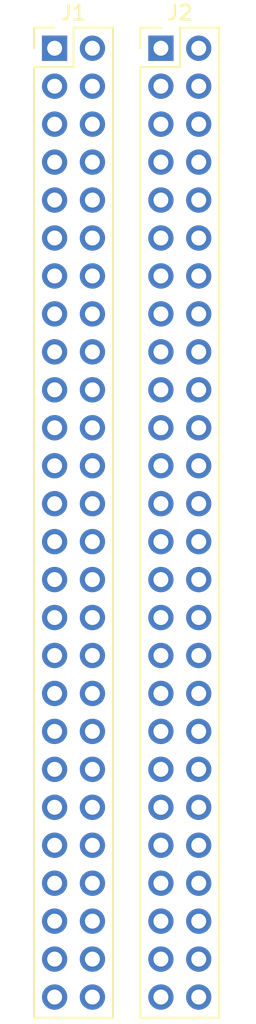
<source format=kicad_pcb>
(kicad_pcb (version 20241229) (generator "pcbnew") (generator_version "9.0")
  (layers (0 "F.Cu" signal) (2 "B.Cu" signal) (13 "F.Paste" user) (15 "B.Paste" user) (5 "F.SilkS" user "F.Silkscreen") (7 "B.SilkS" user "B.Silkscreen") (1 "F.Mask" user) (3 "B.Mask" user) (25 "Edge.Cuts" user))
  (net 0 "")
  (net 6 "-FAULT")
  (net 16 "SPI_MISO")
  (net 17 "SPI_CS0")
  (net 20 "UART1_RX")
  (net 23 "UART0_RX")
  (net 25 "SPI_MOSI")
  (net 26 "UART1_TX")
  (net 27 "SPI_SCK")
  (net 30 "CAN2_H")
  (net 34 "CAN1_L")
  (net 45 "UART0_TX")
  (footprint "Connector_PinHeader_2.54mm:PinHeader_2x26_P2.54mm_Vertical" (layer "F.Cu") (at 154.82 79.5)
    (property "Reference" "J1" (at 1.27 -2.38 0) (layer "F.SilkS"))
    (property "Value" "1st BUS Conn(Conn_02x26_Top_Bottom)")
    (fp_line (start -1.38 -1.38) (end 0 -1.38) (stroke (width 0.12)) (layer "F.SilkS"))
    (fp_line (start -1.38 0) (end -1.38 -1.38) (stroke (width 0.12)) (layer "F.SilkS"))
    (fp_line (start -1.38 1.27) (end -1.38 64.88) (stroke (width 0.12)) (layer "F.SilkS"))
    (fp_line (start -1.38 1.27) (end 1.27 1.27) (stroke (width 0.12)) (layer "F.SilkS"))
    (fp_line (start -1.38 64.88) (end 3.92 64.88) (stroke (width 0.12)) (layer "F.SilkS"))
    (fp_line (start 1.27 -1.38) (end 3.92 -1.38) (stroke (width 0.12)) (layer "F.SilkS"))
    (fp_line (start 1.27 1.27) (end 1.27 -1.38) (stroke (width 0.12)) (layer "F.SilkS"))
    (fp_line (start 3.92 -1.38) (end 3.92 64.88) (stroke (width 0.12)) (layer "F.SilkS"))
    (pad "1" thru_hole rect (at 0 0) (size 1.7 1.7) (drill 1) (layers "*.Cu" "*.Mask") (net 34 "CAN1_L"))
    (pad "2" thru_hole circle (at 2.54 0) (size 1.7 1.7) (drill 1) (layers "*.Cu" "*.Mask") (net 30 "CAN2_H"))
    (pad "3" thru_hole circle (at 0 2.54) (size 1.7 1.7) (drill 1) (layers "*.Cu" "*.Mask"))
    (pad "4" thru_hole circle (at 2.54 2.54) (size 1.7 1.7) (drill 1) (layers "*.Cu" "*.Mask"))
    (pad "5" thru_hole circle (at 0 5.08) (size 1.7 1.7) (drill 1) (layers "*.Cu" "*.Mask"))
    (pad "6" thru_hole circle (at 2.54 5.08) (size 1.7 1.7) (drill 1) (layers "*.Cu" "*.Mask"))
    (pad "7" thru_hole circle (at 0 7.62) (size 1.7 1.7) (drill 1) (layers "*.Cu" "*.Mask"))
    (pad "8" thru_hole circle (at 2.54 7.62) (size 1.7 1.7) (drill 1) (layers "*.Cu" "*.Mask"))
    (pad "9" thru_hole circle (at 0 10.16) (size 1.7 1.7) (drill 1) (layers "*.Cu" "*.Mask"))
    (pad "10" thru_hole circle (at 2.54 10.16) (size 1.7 1.7) (drill 1) (layers "*.Cu" "*.Mask"))
    (pad "11" thru_hole circle (at 0 12.7) (size 1.7 1.7) (drill 1) (layers "*.Cu" "*.Mask"))
    (pad "12" thru_hole circle (at 2.54 12.7) (size 1.7 1.7) (drill 1) (layers "*.Cu" "*.Mask"))
    (pad "13" thru_hole circle (at 0 15.24) (size 1.7 1.7) (drill 1) (layers "*.Cu" "*.Mask"))
    (pad "14" thru_hole circle (at 2.54 15.24) (size 1.7 1.7) (drill 1) (layers "*.Cu" "*.Mask"))
    (pad "15" thru_hole circle (at 0 17.78) (size 1.7 1.7) (drill 1) (layers "*.Cu" "*.Mask"))
    (pad "16" thru_hole circle (at 2.54 17.78) (size 1.7 1.7) (drill 1) (layers "*.Cu" "*.Mask"))
    (pad "17" thru_hole circle (at 0 20.32) (size 1.7 1.7) (drill 1) (layers "*.Cu" "*.Mask") (net 20 "UART1_RX"))
    (pad "18" thru_hole circle (at 2.54 20.32) (size 1.7 1.7) (drill 1) (layers "*.Cu" "*.Mask") (net 26 "UART1_TX"))
    (pad "19" thru_hole circle (at 0 22.86) (size 1.7 1.7) (drill 1) (layers "*.Cu" "*.Mask") (net 23 "UART0_RX"))
    (pad "20" thru_hole circle (at 2.54 22.86) (size 1.7 1.7) (drill 1) (layers "*.Cu" "*.Mask") (net 45 "UART0_TX"))
    (pad "21" thru_hole circle (at 0 25.4) (size 1.7 1.7) (drill 1) (layers "*.Cu" "*.Mask") (net 27 "SPI_SCK"))
    (pad "22" thru_hole circle (at 2.54 25.4) (size 1.7 1.7) (drill 1) (layers "*.Cu" "*.Mask") (net 16 "SPI_MISO"))
    (pad "23" thru_hole circle (at 0 27.94) (size 1.7 1.7) (drill 1) (layers "*.Cu" "*.Mask") (net 25 "SPI_MOSI"))
    (pad "24" thru_hole circle (at 2.54 27.94) (size 1.7 1.7) (drill 1) (layers "*.Cu" "*.Mask") (net 17 "SPI_CS0"))
    (pad "25" thru_hole circle (at 0 30.48) (size 1.7 1.7) (drill 1) (layers "*.Cu" "*.Mask") (net 6 "-FAULT"))
    (pad "26" thru_hole circle (at 2.54 30.48) (size 1.7 1.7) (drill 1) (layers "*.Cu" "*.Mask"))
    (pad "27" thru_hole circle (at 0 33.02) (size 1.7 1.7) (drill 1) (layers "*.Cu" "*.Mask"))
    (pad "28" thru_hole circle (at 2.54 33.02) (size 1.7 1.7) (drill 1) (layers "*.Cu" "*.Mask"))
    (pad "29" thru_hole circle (at 0 35.56) (size 1.7 1.7) (drill 1) (layers "*.Cu" "*.Mask"))
    (pad "30" thru_hole circle (at 2.54 35.56) (size 1.7 1.7) (drill 1) (layers "*.Cu" "*.Mask"))
    (pad "31" thru_hole circle (at 0 38.1) (size 1.7 1.7) (drill 1) (layers "*.Cu" "*.Mask"))
    (pad "32" thru_hole circle (at 2.54 38.1) (size 1.7 1.7) (drill 1) (layers "*.Cu" "*.Mask"))
    (pad "33" thru_hole circle (at 0 40.64) (size 1.7 1.7) (drill 1) (layers "*.Cu" "*.Mask"))
    (pad "34" thru_hole circle (at 2.54 40.64) (size 1.7 1.7) (drill 1) (layers "*.Cu" "*.Mask"))
    (pad "35" thru_hole circle (at 0 43.18) (size 1.7 1.7) (drill 1) (layers "*.Cu" "*.Mask"))
    (pad "36" thru_hole circle (at 2.54 43.18) (size 1.7 1.7) (drill 1) (layers "*.Cu" "*.Mask"))
    (pad "37" thru_hole circle (at 0 45.72) (size 1.7 1.7) (drill 1) (layers "*.Cu" "*.Mask"))
    (pad "38" thru_hole circle (at 2.54 45.72) (size 1.7 1.7) (drill 1) (layers "*.Cu" "*.Mask"))
    (pad "39" thru_hole circle (at 0 48.26) (size 1.7 1.7) (drill 1) (layers "*.Cu" "*.Mask"))
    (pad "40" thru_hole circle (at 2.54 48.26) (size 1.7 1.7) (drill 1) (layers "*.Cu" "*.Mask"))
    (pad "41" thru_hole circle (at 0 50.8) (size 1.7 1.7) (drill 1) (layers "*.Cu" "*.Mask"))
    (pad "42" thru_hole circle (at 2.54 50.8) (size 1.7 1.7) (drill 1) (layers "*.Cu" "*.Mask"))
    (pad "43" thru_hole circle (at 0 53.34) (size 1.7 1.7) (drill 1) (layers "*.Cu" "*.Mask"))
    (pad "44" thru_hole circle (at 2.54 53.34) (size 1.7 1.7) (drill 1) (layers "*.Cu" "*.Mask"))
    (pad "45" thru_hole circle (at 0 55.88) (size 1.7 1.7) (drill 1) (layers "*.Cu" "*.Mask"))
    (pad "46" thru_hole circle (at 2.54 55.88) (size 1.7 1.7) (drill 1) (layers "*.Cu" "*.Mask"))
    (pad "47" thru_hole circle (at 0 58.42) (size 1.7 1.7) (drill 1) (layers "*.Cu" "*.Mask"))
    (pad "48" thru_hole circle (at 2.54 58.42) (size 1.7 1.7) (drill 1) (layers "*.Cu" "*.Mask"))
    (pad "49" thru_hole circle (at 0 60.96) (size 1.7 1.7) (drill 1) (layers "*.Cu" "*.Mask"))
    (pad "50" thru_hole circle (at 2.54 60.96) (size 1.7 1.7) (drill 1) (layers "*.Cu" "*.Mask"))
    (pad "51" thru_hole circle (at 0 63.5) (size 1.7 1.7) (drill 1) (layers "*.Cu" "*.Mask"))
    (pad "52" thru_hole circle (at 2.54 63.5) (size 1.7 1.7) (drill 1) (layers "*.Cu" "*.Mask"))
  )
  (footprint "Connector_PinHeader_2.54mm:PinHeader_2x26_P2.54mm_Vertical" (layer "F.Cu") (at 161.96 79.5)
    (property "Reference" "J2" (at 1.27 -2.38 0) (layer "F.SilkS"))
    (property "Value" "2nd BUS Conn(Conn_02x26_Top_Bottom")
    (fp_line (start -1.38 -1.38) (end 0 -1.38) (stroke (width 0.12)) (layer "F.SilkS"))
    (fp_line (start -1.38 0) (end -1.38 -1.38) (stroke (width 0.12)) (layer "F.SilkS"))
    (fp_line (start -1.38 1.27) (end -1.38 64.88) (stroke (width 0.12)) (layer "F.SilkS"))
    (fp_line (start -1.38 1.27) (end 1.27 1.27) (stroke (width 0.12)) (layer "F.SilkS"))
    (fp_line (start -1.38 64.88) (end 3.92 64.88) (stroke (width 0.12)) (layer "F.SilkS"))
    (fp_line (start 1.27 -1.38) (end 3.92 -1.38) (stroke (width 0.12)) (layer "F.SilkS"))
    (fp_line (start 1.27 1.27) (end 1.27 -1.38) (stroke (width 0.12)) (layer "F.SilkS"))
    (fp_line (start 3.92 -1.38) (end 3.92 64.88) (stroke (width 0.12)) (layer "F.SilkS"))
    (pad "1" thru_hole rect (at 0 0) (size 1.7 1.7) (drill 1) (layers "*.Cu" "*.Mask"))
    (pad "2" thru_hole circle (at 2.54 0) (size 1.7 1.7) (drill 1) (layers "*.Cu" "*.Mask"))
    (pad "3" thru_hole circle (at 0 2.54) (size 1.7 1.7) (drill 1) (layers "*.Cu" "*.Mask"))
    (pad "4" thru_hole circle (at 2.54 2.54) (size 1.7 1.7) (drill 1) (layers "*.Cu" "*.Mask"))
    (pad "5" thru_hole circle (at 0 5.08) (size 1.7 1.7) (drill 1) (layers "*.Cu" "*.Mask"))
    (pad "6" thru_hole circle (at 2.54 5.08) (size 1.7 1.7) (drill 1) (layers "*.Cu" "*.Mask"))
    (pad "7" thru_hole circle (at 0 7.62) (size 1.7 1.7) (drill 1) (layers "*.Cu" "*.Mask"))
    (pad "8" thru_hole circle (at 2.54 7.62) (size 1.7 1.7) (drill 1) (layers "*.Cu" "*.Mask"))
    (pad "9" thru_hole circle (at 0 10.16) (size 1.7 1.7) (drill 1) (layers "*.Cu" "*.Mask"))
    (pad "10" thru_hole circle (at 2.54 10.16) (size 1.7 1.7) (drill 1) (layers "*.Cu" "*.Mask"))
    (pad "11" thru_hole circle (at 0 12.7) (size 1.7 1.7) (drill 1) (layers "*.Cu" "*.Mask"))
    (pad "12" thru_hole circle (at 2.54 12.7) (size 1.7 1.7) (drill 1) (layers "*.Cu" "*.Mask"))
    (pad "13" thru_hole circle (at 0 15.24) (size 1.7 1.7) (drill 1) (layers "*.Cu" "*.Mask"))
    (pad "14" thru_hole circle (at 2.54 15.24) (size 1.7 1.7) (drill 1) (layers "*.Cu" "*.Mask"))
    (pad "15" thru_hole circle (at 0 17.78) (size 1.7 1.7) (drill 1) (layers "*.Cu" "*.Mask"))
    (pad "16" thru_hole circle (at 2.54 17.78) (size 1.7 1.7) (drill 1) (layers "*.Cu" "*.Mask"))
    (pad "17" thru_hole circle (at 0 20.32) (size 1.7 1.7) (drill 1) (layers "*.Cu" "*.Mask"))
    (pad "18" thru_hole circle (at 2.54 20.32) (size 1.7 1.7) (drill 1) (layers "*.Cu" "*.Mask"))
    (pad "19" thru_hole circle (at 0 22.86) (size 1.7 1.7) (drill 1) (layers "*.Cu" "*.Mask"))
    (pad "20" thru_hole circle (at 2.54 22.86) (size 1.7 1.7) (drill 1) (layers "*.Cu" "*.Mask"))
    (pad "21" thru_hole circle (at 0 25.4) (size 1.7 1.7) (drill 1) (layers "*.Cu" "*.Mask"))
    (pad "22" thru_hole circle (at 2.54 25.4) (size 1.7 1.7) (drill 1) (layers "*.Cu" "*.Mask"))
    (pad "23" thru_hole circle (at 0 27.94) (size 1.7 1.7) (drill 1) (layers "*.Cu" "*.Mask"))
    (pad "24" thru_hole circle (at 2.54 27.94) (size 1.7 1.7) (drill 1) (layers "*.Cu" "*.Mask"))
    (pad "25" thru_hole circle (at 0 30.48) (size 1.7 1.7) (drill 1) (layers "*.Cu" "*.Mask"))
    (pad "26" thru_hole circle (at 2.54 30.48) (size 1.7 1.7) (drill 1) (layers "*.Cu" "*.Mask"))
    (pad "27" thru_hole circle (at 0 33.02) (size 1.7 1.7) (drill 1) (layers "*.Cu" "*.Mask"))
    (pad "28" thru_hole circle (at 2.54 33.02) (size 1.7 1.7) (drill 1) (layers "*.Cu" "*.Mask"))
    (pad "29" thru_hole circle (at 0 35.56) (size 1.7 1.7) (drill 1) (layers "*.Cu" "*.Mask"))
    (pad "30" thru_hole circle (at 2.54 35.56) (size 1.7 1.7) (drill 1) (layers "*.Cu" "*.Mask"))
    (pad "31" thru_hole circle (at 0 38.1) (size 1.7 1.7) (drill 1) (layers "*.Cu" "*.Mask"))
    (pad "32" thru_hole circle (at 2.54 38.1) (size 1.7 1.7) (drill 1) (layers "*.Cu" "*.Mask"))
    (pad "33" thru_hole circle (at 0 40.64) (size 1.7 1.7) (drill 1) (layers "*.Cu" "*.Mask"))
    (pad "34" thru_hole circle (at 2.54 40.64) (size 1.7 1.7) (drill 1) (layers "*.Cu" "*.Mask"))
    (pad "35" thru_hole circle (at 0 43.18) (size 1.7 1.7) (drill 1) (layers "*.Cu" "*.Mask"))
    (pad "36" thru_hole circle (at 2.54 43.18) (size 1.7 1.7) (drill 1) (layers "*.Cu" "*.Mask"))
    (pad "37" thru_hole circle (at 0 45.72) (size 1.7 1.7) (drill 1) (layers "*.Cu" "*.Mask"))
    (pad "38" thru_hole circle (at 2.54 45.72) (size 1.7 1.7) (drill 1) (layers "*.Cu" "*.Mask"))
    (pad "39" thru_hole circle (at 0 48.26) (size 1.7 1.7) (drill 1) (layers "*.Cu" "*.Mask"))
    (pad "40" thru_hole circle (at 2.54 48.26) (size 1.7 1.7) (drill 1) (layers "*.Cu" "*.Mask"))
    (pad "41" thru_hole circle (at 0 50.8) (size 1.7 1.7) (drill 1) (layers "*.Cu" "*.Mask"))
    (pad "42" thru_hole circle (at 2.54 50.8) (size 1.7 1.7) (drill 1) (layers "*.Cu" "*.Mask"))
    (pad "43" thru_hole circle (at 0 53.34) (size 1.7 1.7) (drill 1) (layers "*.Cu" "*.Mask"))
    (pad "44" thru_hole circle (at 2.54 53.34) (size 1.7 1.7) (drill 1) (layers "*.Cu" "*.Mask"))
    (pad "45" thru_hole circle (at 0 55.88) (size 1.7 1.7) (drill 1) (layers "*.Cu" "*.Mask"))
    (pad "46" thru_hole circle (at 2.54 55.88) (size 1.7 1.7) (drill 1) (layers "*.Cu" "*.Mask"))
    (pad "47" thru_hole circle (at 0 58.42) (size 1.7 1.7) (drill 1) (layers "*.Cu" "*.Mask"))
    (pad "48" thru_hole circle (at 2.54 58.42) (size 1.7 1.7) (drill 1) (layers "*.Cu" "*.Mask"))
    (pad "49" thru_hole circle (at 0 60.96) (size 1.7 1.7) (drill 1) (layers "*.Cu" "*.Mask"))
    (pad "50" thru_hole circle (at 2.54 60.96) (size 1.7 1.7) (drill 1) (layers "*.Cu" "*.Mask"))
    (pad "51" thru_hole circle (at 0 63.5) (size 1.7 1.7) (drill 1) (layers "*.Cu" "*.Mask"))
    (pad "52" thru_hole circle (at 2.54 63.5) (size 1.7 1.7) (drill 1) (layers "*.Cu" "*.Mask"))
  )
)
</source>
